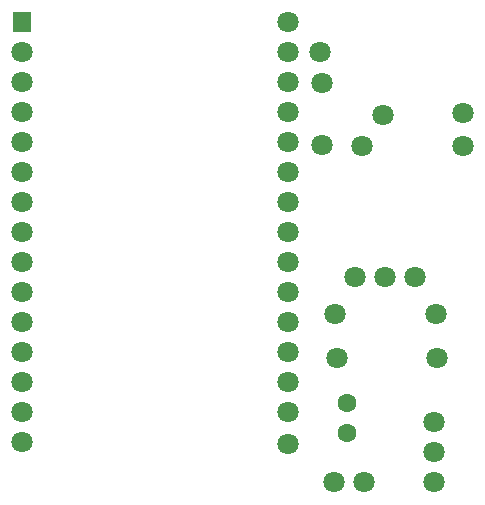
<source format=gtl>
G04 Layer: TopLayer*
G04 EasyEDA v6.5.22, 2023-01-21 16:45:32*
G04 b2c9ab08d96f4fb6806e15b9d32b8aef,dfc3211adda64e72838fb7ae4655844f,10*
G04 Gerber Generator version 0.2*
G04 Scale: 100 percent, Rotated: No, Reflected: No *
G04 Dimensions in millimeters *
G04 leading zeros omitted , absolute positions ,4 integer and 5 decimal *
%FSLAX45Y45*%
%MOMM*%

%ADD10C,1.6000*%
%ADD11C,1.8000*%
%ADD12R,1.5240X1.8000*%

%LPD*%
D10*
G01*
X4152900Y2474010D03*
G01*
X4152900Y2220010D03*
D11*
G01*
X4889500Y2057400D03*
G01*
X4889500Y2311400D03*
G01*
X4889500Y1803400D03*
G01*
X5130800Y4648200D03*
G01*
X4279900Y4648200D03*
G01*
X4064000Y2857500D03*
G01*
X4914900Y2857500D03*
G01*
X4902200Y3225800D03*
G01*
X4051300Y3225800D03*
G01*
X4292600Y1803400D03*
G01*
X4038600Y1803400D03*
G01*
X3649548Y5696940D03*
G01*
X3649548Y5442940D03*
G01*
X3649548Y5188940D03*
G01*
X3649548Y4934940D03*
G01*
X3649548Y4680940D03*
G01*
X3649548Y4426940D03*
G01*
X3649548Y4172940D03*
G01*
X3649548Y3918940D03*
G01*
X3649548Y3664940D03*
G01*
X3649548Y3410940D03*
G01*
X3649548Y3156940D03*
G01*
X3649548Y2902940D03*
G01*
X3649548Y2648940D03*
G01*
X3649548Y2394940D03*
G01*
X3649548Y2130780D03*
G01*
X1399539Y2140762D03*
G01*
X1399539Y2394762D03*
G01*
X1399539Y2648762D03*
G01*
X1399539Y2902762D03*
G01*
X1399539Y3156762D03*
G01*
X1399539Y3410762D03*
G01*
X1399539Y3664762D03*
G01*
X1399539Y3918762D03*
G01*
X1399539Y4172762D03*
G01*
X1399539Y4426762D03*
G01*
X1399539Y4680762D03*
G01*
X1399539Y4934762D03*
G01*
X1399539Y5188762D03*
G01*
X1399539Y5442762D03*
D12*
G01*
X1399539Y5696762D03*
D11*
G01*
X4470400Y3543604D03*
G01*
X4216400Y3543604D03*
G01*
X4724400Y3543604D03*
G01*
X3924300Y5448300D03*
G01*
X3937000Y5181600D03*
G01*
X3937000Y4660900D03*
G01*
X4457700Y4914900D03*
G01*
X5130800Y4927600D03*
M02*

</source>
